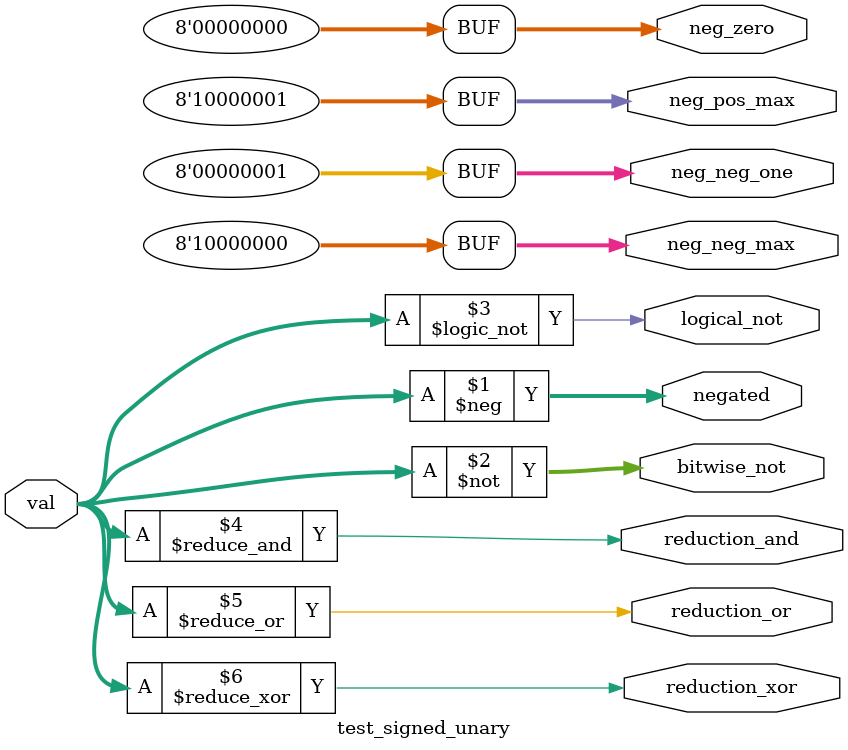
<source format=v>
module test_signed_unary(
    input signed [7:0] val,
    output wire signed [7:0] negated,
    output wire signed [7:0] neg_pos_max,
    output wire signed [7:0] neg_neg_max,
    output wire signed [7:0] neg_zero,
    output wire signed [7:0] neg_neg_one,
    output wire [7:0] bitwise_not,
    output wire logical_not,
    output wire reduction_and,
    output wire reduction_or,
    output wire reduction_xor
);
    // Unary minus
    assign negated = -val;
    assign neg_pos_max = -(8'sh7F);  // -(127) = -127
    assign neg_neg_max = -(8'sh80);  // -(-128) = -128 (special case!)
    assign neg_zero = -(8'sh00);     // -(0) = 0
    assign neg_neg_one = -(8'shFF);  // -(-1) = 1

    // Bitwise NOT (different from unary minus)
    assign bitwise_not = ~val;

    // Logical NOT
    assign logical_not = !val;

    // Reduction operators on signed values
    assign reduction_and = &val;
    assign reduction_or = |val;
    assign reduction_xor = ^val;
endmodule

</source>
